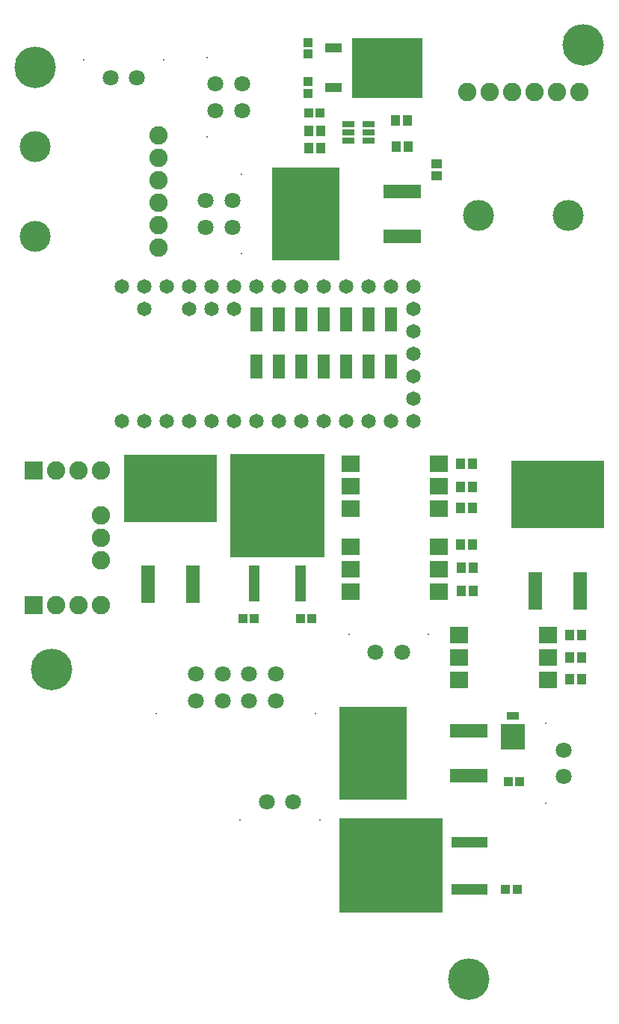
<source format=gts>
G04 Layer_Color=8388736*
%FSLAX44Y44*%
%MOMM*%
G71*
G01*
G75*
%ADD43R,1.1500X1.0000*%
%ADD44R,1.9018X1.1398*%
%ADD45R,7.9216X6.8548*%
%ADD46R,1.1144X1.0128*%
%ADD47R,1.4192X0.7080*%
%ADD48R,1.0000X1.1500*%
%ADD49R,4.3500X1.6000*%
%ADD50R,7.6000X10.6000*%
%ADD51R,1.0128X1.1144*%
%ADD52R,1.4700X0.9620*%
%ADD53R,2.7400X2.8700*%
%ADD54R,10.6000X7.6000*%
%ADD55R,1.6000X4.3500*%
%ADD56R,1.1906X4.1116*%
%ADD57R,10.6394X11.6554*%
%ADD58R,2.1000X1.9800*%
%ADD59R,4.1116X1.1906*%
%ADD60R,11.6554X10.6394*%
%ADD61R,1.3600X2.7500*%
%ADD62C,4.7000*%
%ADD63C,3.5020*%
%ADD64C,2.0796*%
%ADD65C,0.2000*%
%ADD66C,1.8000*%
%ADD67R,2.0796X2.0796*%
%ADD68C,1.6478*%
D43*
X-195000Y201250D02*
D03*
Y214750D02*
D03*
D44*
X-311650Y345500D02*
D03*
Y300500D02*
D03*
D45*
X-250563Y323000D02*
D03*
D46*
X-340563Y294524D02*
D03*
Y307477D02*
D03*
Y339000D02*
D03*
Y351954D02*
D03*
D47*
X-272000Y240500D02*
D03*
Y250000D02*
D03*
Y259501D02*
D03*
X-294860D02*
D03*
Y250000D02*
D03*
Y240500D02*
D03*
D48*
X-240750Y234000D02*
D03*
X-227250D02*
D03*
X-326000Y232000D02*
D03*
X-339500D02*
D03*
X-241500Y264000D02*
D03*
X-228000D02*
D03*
X-326000Y252000D02*
D03*
X-339500D02*
D03*
X-154000Y-216000D02*
D03*
X-167500D02*
D03*
X-167000Y-243000D02*
D03*
X-153500D02*
D03*
X-153250Y-269000D02*
D03*
X-166750D02*
D03*
X-30500Y-319000D02*
D03*
X-44000D02*
D03*
X-43750Y-344000D02*
D03*
X-30250D02*
D03*
X-30250Y-369000D02*
D03*
X-43750D02*
D03*
X-154500Y-125000D02*
D03*
X-168000D02*
D03*
Y-151000D02*
D03*
X-154500D02*
D03*
Y-175000D02*
D03*
X-168000D02*
D03*
D49*
X-233500Y132600D02*
D03*
Y183400D02*
D03*
X-158000Y-427200D02*
D03*
Y-478000D02*
D03*
D50*
X-342500Y158000D02*
D03*
X-267000Y-452600D02*
D03*
D51*
X-339477Y272000D02*
D03*
X-326523D02*
D03*
X-336000Y-300000D02*
D03*
X-348954D02*
D03*
X-414000D02*
D03*
X-401046D02*
D03*
X-116477Y-607000D02*
D03*
X-103523D02*
D03*
X-113477Y-485000D02*
D03*
X-100523D02*
D03*
D52*
X-108000Y-410500D02*
D03*
D53*
Y-434000D02*
D03*
D54*
X-58000Y-159500D02*
D03*
X-496000Y-152671D02*
D03*
D55*
X-32600Y-268500D02*
D03*
X-83400D02*
D03*
X-470600Y-261671D02*
D03*
X-521400D02*
D03*
D56*
X-348600Y-260773D02*
D03*
X-401400D02*
D03*
D57*
X-375000Y-172000D02*
D03*
D58*
X-292043Y-218600D02*
D03*
X-192042Y-244000D02*
D03*
X-292043Y-269400D02*
D03*
X-192042Y-218600D02*
D03*
Y-269400D02*
D03*
X-292043Y-244000D02*
D03*
X-169000Y-318600D02*
D03*
X-69000Y-344000D02*
D03*
X-169000Y-369400D02*
D03*
X-69000Y-318600D02*
D03*
Y-369400D02*
D03*
X-169000Y-344000D02*
D03*
X-291999Y-124969D02*
D03*
X-192000Y-150369D02*
D03*
X-291999Y-175769D02*
D03*
X-192000Y-124969D02*
D03*
Y-175769D02*
D03*
X-291999Y-150369D02*
D03*
D59*
X-157227Y-553600D02*
D03*
Y-606400D02*
D03*
D60*
X-246000Y-580000D02*
D03*
D61*
X-399000Y-15050D02*
D03*
X-373600D02*
D03*
X-399000Y38350D02*
D03*
X-373600D02*
D03*
X-348200D02*
D03*
X-322800D02*
D03*
X-297400D02*
D03*
X-272000D02*
D03*
X-348200Y-15050D02*
D03*
X-322800D02*
D03*
X-297400D02*
D03*
X-272000D02*
D03*
X-246600Y38350D02*
D03*
Y-15050D02*
D03*
D62*
X-29000Y349000D02*
D03*
X-649000Y324000D02*
D03*
X-158000Y-708000D02*
D03*
X-631000Y-358000D02*
D03*
D63*
X-147000Y156000D02*
D03*
X-45400D02*
D03*
X-649550Y234150D02*
D03*
Y132550D02*
D03*
D64*
X-32700Y295700D02*
D03*
X-58100D02*
D03*
X-83500D02*
D03*
X-108900D02*
D03*
X-134300D02*
D03*
X-159700D02*
D03*
X-626000Y-285000D02*
D03*
X-600600D02*
D03*
X-575200D02*
D03*
X-626000Y-132600D02*
D03*
X-600600D02*
D03*
X-575200D02*
D03*
Y-234200D02*
D03*
Y-208800D02*
D03*
Y-183400D02*
D03*
X-509850Y119850D02*
D03*
Y145250D02*
D03*
Y170650D02*
D03*
Y196050D02*
D03*
Y221450D02*
D03*
Y246850D02*
D03*
D65*
X-504000Y332000D02*
D03*
X-594000D02*
D03*
X-416000Y113000D02*
D03*
Y203000D02*
D03*
X-454957Y335000D02*
D03*
Y245000D02*
D03*
X-71000Y-509000D02*
D03*
Y-419000D02*
D03*
X-327000Y-528000D02*
D03*
X-417000D02*
D03*
X-512000Y-408000D02*
D03*
X-332000D02*
D03*
X-294000Y-318000D02*
D03*
X-204000D02*
D03*
D66*
X-564000Y312000D02*
D03*
X-534000D02*
D03*
X-456000Y173000D02*
D03*
X-426000Y143000D02*
D03*
Y173000D02*
D03*
X-456000Y143000D02*
D03*
X-414958Y275000D02*
D03*
X-444957Y305000D02*
D03*
Y275000D02*
D03*
X-414958Y305000D02*
D03*
X-51000Y-449000D02*
D03*
Y-479000D02*
D03*
X-387000Y-508000D02*
D03*
X-357000D02*
D03*
X-407000Y-393000D02*
D03*
Y-363000D02*
D03*
X-377000D02*
D03*
Y-393000D02*
D03*
X-437000D02*
D03*
Y-363000D02*
D03*
X-467000D02*
D03*
Y-393000D02*
D03*
X-234000Y-338000D02*
D03*
X-264000D02*
D03*
D67*
X-651400Y-285000D02*
D03*
Y-132600D02*
D03*
D68*
X-424400Y50000D02*
D03*
X-449800D02*
D03*
X-475200D02*
D03*
X-526000D02*
D03*
X-551400Y75400D02*
D03*
X-526000D02*
D03*
X-500600D02*
D03*
X-475200D02*
D03*
X-449800D02*
D03*
X-424400D02*
D03*
X-399000D02*
D03*
X-373600D02*
D03*
X-348200D02*
D03*
X-322800D02*
D03*
X-297400D02*
D03*
X-272000D02*
D03*
X-246600D02*
D03*
X-221200D02*
D03*
Y50000D02*
D03*
Y24600D02*
D03*
Y-800D02*
D03*
Y-26200D02*
D03*
Y-51600D02*
D03*
Y-77000D02*
D03*
X-246600D02*
D03*
X-272000D02*
D03*
X-297400D02*
D03*
X-322800D02*
D03*
X-348200D02*
D03*
X-373600D02*
D03*
X-399000D02*
D03*
X-424400D02*
D03*
X-449800D02*
D03*
X-475200D02*
D03*
X-500600D02*
D03*
X-526000D02*
D03*
X-551400D02*
D03*
M02*

</source>
